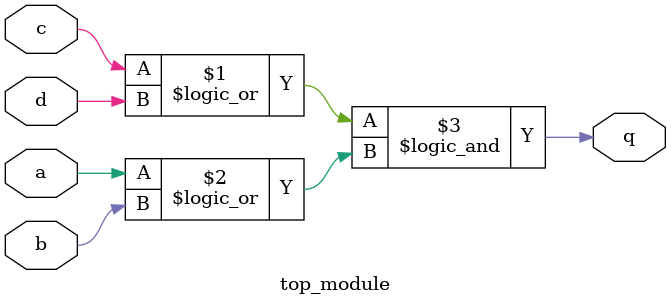
<source format=sv>
module top_module (
    input a,
    input b,
    input c,
    input d,
    output q );//

    assign q = (c || d) && (a || b);

endmodule

</source>
